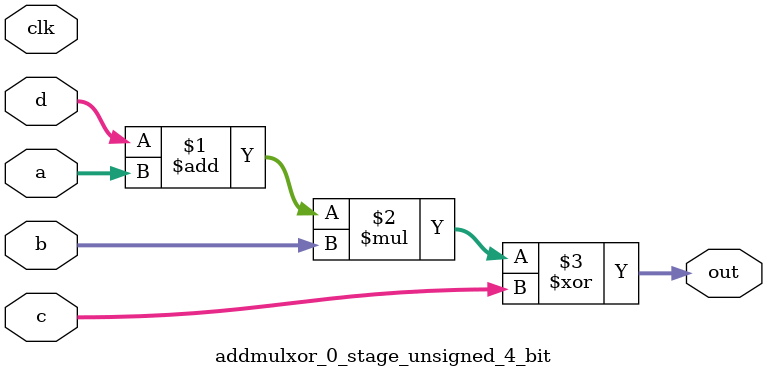
<source format=sv>
(* use_dsp = "yes" *) module addmulxor_0_stage_unsigned_4_bit(
	input  [3:0] a,
	input  [3:0] b,
	input  [3:0] c,
	input  [3:0] d,
	output [3:0] out,
	input clk);

	assign out = ((d + a) * b) ^ c;
endmodule

</source>
